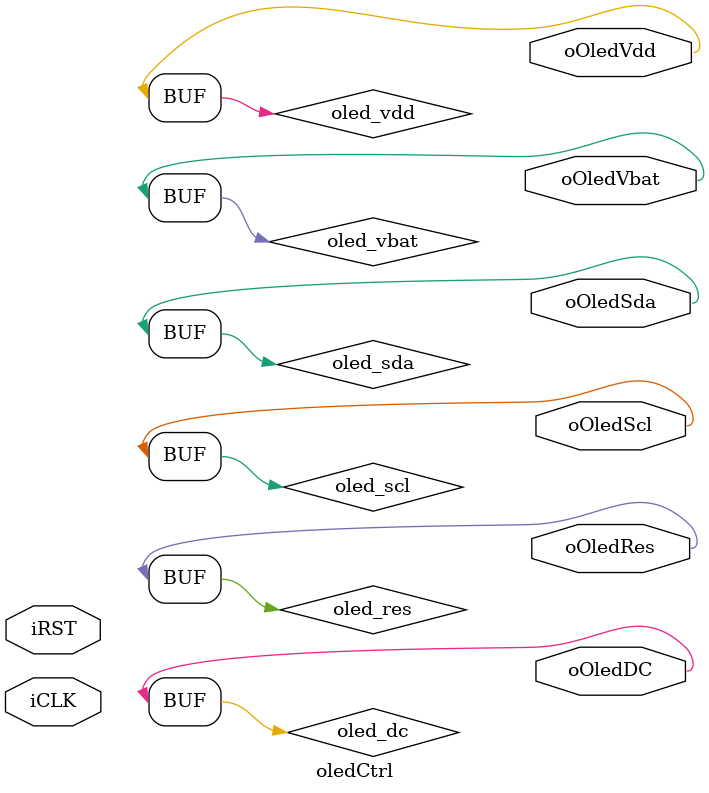
<source format=v>
/*
 * Create 2021/12/17
 * Author koutakimura
 * Editor VSCode ver1.62.7
 * Build  Vivado20.2
 * Borad  Nexys Video
 * -
 * 評価基板付属のOLED SSD1306コントロールモジュール
 */
module oledCtrl
(
    // system clk, rst sw
    input           iCLK,
    input           iRST,

    // system oled
    output          oOledDC,
    output          oOledRes,
    output          oOledScl,
    output          oOledSda,
    output          oOledVbat,
    output          oOledVdd
);

reg oled_dc;                assign oOledDC      = oled_dc;
reg oled_res;               assign oOledRes     = oled_res;
reg oled_scl;               assign oOledScl     = oled_scl;
reg oled_sda;               assign oOledSda     = oled_sda;
reg oled_vbat;              assign oOledVbat    = oled_vbat;
reg oled_vdd;               assign oOledVdd     = oled_vdd;

//----------------------------------------------------------
// 待機時間に関するパラメーターリスト
//----------------------------------------------------------
localparam[5:0]
    POWER_ON_TIME     = 6'd63,
    CMD_ON_TIME       = 6'd10;

localparam [5:0] 
	WTIME_CNTUP	    = 6'd1,
	WTIME_NULL 	    = 6'd0;

// 待機時間管理
reg [5:0] wtime_cnt;     // 待機時間カウント値保存
reg [5:0] wtime_max;        // 設定の待機時間保存


//----------------------------------------------------------
// 制御コマンド更新を管理する状態制御定数
//----------------------------------------------------------
localparam [1:0]
    SEND_STATE_WAIT   = 2'd0,
    SEND_STATE_ON     = 2'd1,
    SEND_STATE_BRIDGE = 2'd2;

// コマンド配列参照用rpの更新方法制御変数
reg [1:0] send_state;


//----------------------------------------------------------
// oledコマンドリスト
//----------------------------------------------------------
localparam [7:0]
    SCAN_DIRECTION      = 8'hC0,	    // 反転表示コマンド、通常だと上下が逆のため設定
    SET_COM_PIN         = 8'hda,	    // hardware config
    PIN_HARD            = 8'h12,	    // 0だと間隔が広がる
    CONTRAST_SET        = 8'h81,        // 明るさ調整
    CONTRAST_VALUE      = 8'hff,	    // 最大255
    CHARGE_PUMP         = 8'h8d,        // 電圧設定
    SER_SEGMENT_REMAP   = 8'ha1,        // remap情報の設定
    ENABLE_CHARGE_PUMP  = 8'h14,        // チャージポンプの設定
    DISPLAY_ON          = 8'haf,        // 表示開始
    SET_DISPLAY_CLOCK   = 8'hd5,        // 表示速度設定用CLKのレジスタのアドレス
    OSCILLATOR_RATIO    = 8'hf0,	    // クロックを設定0x00~0xf0
    SET_PERIOD          = 8'hd9,        // 液晶同期に必要なDCLKのレジスタのアドレス
    SET_DCLK            = 8'hff,	    // Dクロックを設定0x00~0xff
    SET_VCOMH           = 8'hdb,        // 電圧発生回路操作レジスタのアドレス
    VCOMH_LEVEL         = 8'h30,	    // 電圧発生回路の設定
    MEMORY_MODE         = 8'h20,        // メモリー操作モード
    HORIZONTAL_MODE     = 8'h00,        // 横画面操作モード
    COLUMN_ADDRESS      = 8'h21,        // 書き込み座標操作レジスタのアドレス
    COLUMN_START        = 8'h00,        // 横ラインの書き込み開始座標
    COLUMN_END          = 8'h7f,        // 横ラインの書き込み終了座標
    PAGE_ADDRESS        = 8'h22,        // 書き込みページ操作レジスタのアドレス
    PAGE_START          = 8'h00,        // 縦ラインの0~7開始ページ
    PAGE_END            = 8'h07,        // 縦ラインの0~7終了ページ
    DUMMY               = 8'h00;        // ダミーデータ

// 初期化配列の最大値
localparam [4:0]
    INIT_CMDMAX          = 5'd16;

reg [4:0] init_cmd_rp;    // 初期設定コマンド配列参照用


// 書き込み座標指定配列の最大値
localparam [3:0]
    WRITE_CMDMAX         = 4'd9;

reg [3:0] write_cmd_rp;


// 初期設定コマンド配列
(* ram_style = "BLOCK" *) reg [7:0] oled_init_rom [0:16];
initial begin
    oled_init_rom[ 0] = DISPLAY_OFF;
    oled_init_rom[ 1] = CHARGE_PUMP;
    oled_init_rom[ 2] = ENABLE_CHARGE_PUMP;
    oled_init_rom[ 3] = SET_PERIOD;
    oled_init_rom[ 4] = SET_DCLK;
    oled_init_rom[ 5] = SET_VCOMH;
    oled_init_rom[ 6] = VCOMH_LEVEL;
    oled_init_rom[ 7] = SET_COM_PIN;
    oled_init_rom[ 8] = PIN_HARD;
    oled_init_rom[ 9] = CONTRAST_SET;
    oled_init_rom[10] = CONTRAST_VALUE;
    oled_init_rom[11] = SER_SEGMENT_REMAP;
    oled_init_rom[12] = SCAN_DIRECTION;
    oled_init_rom[13] = SET_DISPLAY_CLOCK;
    oled_init_rom[14] = OSCILLATOR_RATIO;
    oled_init_rom[15] = DISPLAY_ON;
    oled_init_rom[16] = DUMMY;
end

// 初期設定コマンド配列
(* ram_style = "BLOCK" *) reg [7:0] oled_cmd_rom [0:8];
initial begin
    oled_cmd_rom[0] = MEMORY_MODE;
    oled_cmd_rom[1] = HORIZONTAL_MODE;
    oled_cmd_rom[2] = COLUMN_ADDRESS;
    oled_cmd_rom[3] = COLUMN_START;
    oled_cmd_rom[4] = COLUMN_END;
    oled_cmd_rom[5] = PAGE_ADDRESS;
    oled_cmd_rom[6] = PAGE_START;
    oled_cmd_rom[7] = PAGE_END;
    oled_cmd_rom[8] = DUMMY;
end


//-----------------------------------------------------------
// 待機時間制御回路
//-----------------------------------------------------------

// 待機時間計測カウンタ
always @(posedge iCLK) begin
    if (iRST == 1'b1) begin
        wtime_cnt <= WTIME_NULL;
    end else if (iLE == 1'b1) begin
        wtime_cnt <= WTIME_NULL;
    end else if (enSet == 1'b1) begin
        if (wtime_cnt == wtime_max) begin
            wtime_cnt <= WTIME_NULL;
        end else begin
            wtime_cnt <= wtime_cnt + WTIME_CNTUP;
        end
    end
end

// 待機時間の設定
// 電源投入時間が完了したら、コマンド操作の時間に切り替える
always @(posedge iCLK) begin
    if (iRST == 1'b1) begin
        wtime_max <= POWER_ON_TIME;
    end else if (enSet == 1'b1 && wtime_cnt == wtime_max) begin
        wtime_max <= CMD_ON_TIME;
    end
end

// 待機時間完了Enable信号の出力
// oled初期設定時や起動時の各コマンド送信時に、
// 一定の待ち時間が必要なためEnable信号で判定を行うようにした。
// 全ての設定データ送信後は常にighを維持し、待機時間を設けないようにする。
always @(posedge iCLK) begin
    if (iRST == 1'b1) begin
        wEnable <= 1'b0;
    end else if (wtime_cnt == wtime_max) begin
        wEnable <= 1'b1;
    end else begin
        wEnable <= 1'b0;
    end
end

// oledに電源投入時に300ms程待機時間が必要なため、
// 起動待機時間完了enable信号を設けた。
always @(posedge iCLK) begin
    if (iRST == 1'b1) begin
        powerOnEnable <= 1'b0;
    end else if (enSet == 1'b1 && wtime_cnt == wtime_max) begin
        powerOnEnable <= 1'b1;
    end
end


//----------------------------------------------------------
// 起動時コマンド送信の状態制御
//----------------------------------------------------------

// rp更新ステートマシンの制御
// 指定バイト送信完了のEnable信号の立ち上がり時に配列参照用Rpの更新を行いたい。
// 立ち上がり判定用にシフトレジスタを用意しても良かったが、容量がもったいなく感じた。
// そのため、立ち上がりのHigh判定用と立下りのLow判定用のモードのほかに、一度だけ実行されるRp更新用のモードを設けた
always @(posedge iCLK) begin
    if (iRST == 1'b1) begin
        send_state <= SEND_STATE_WAIT;
    end else begin
        case (send_state)
            SEND_STATE_WAIT:    send_state <= (iLE == 1'b1) ? SEND_STATE_ON : SEND_STATE_WAIT;
            SEND_STATE_ON:      send_state <= SEND_STATE_BRIDGE;
            SEND_STATE_BRIDGE:  send_state <= (iLE == 1'b0) ? SEND_STATE_WAIT : SEND_STATE_BRIDGE;
            default:            send_state <= SEND_STATE_WAIT;
        endcase
    end
end

// 初期設定配列のrp更新
// Rp更新モードの時だけレジスタの値を変更する
always @(posedge iCLK) begin
    if (iRST == 1'b1) begin
        init_cmd_rp <= 5'd0;
    end else if (send_state == SEND_STATE_ON) begin
        if (init_cmd_rp != INIT_CMDMAX) begin
            init_cmd_rp <= init_cmd_rp + 5'd1;
        end
    end
end

// 書き込み配列のrp更新
always @(posedge iCLK) begin
    if (iRST == 1'b1) begin
        write_cmd_rp <= 4'd0;
    end else if (send_state == SEND_STATE_ON && init_cmd_rp == INIT_CMDMAX) begin
        if (write_cmd_rp == WRITE_CMDMAX) begin
            write_cmd_rp <= 4'd0;
        end else begin
            write_cmd_rp <= write_cmd_rp + 4'd1;
        end
    end
end

// 全コマンドデータ送信完了信号の出力
always @(posedge iCLK) begin
    if (iRST == 1'b1) begin
        o_oledcv <= 1'd0;
    end else begin
        o_oledcv <= (init_cmd_rp == INIT_CMDMAX && write_cmd_rp == WRITE_CMDMAX) ? 1'b1 : 1'b0;
    end
end

// 送信データの制御
always @(posedge iCLK) begin
    if (iRST == 1'b1) begin
        sendbyte <= oled_init_rom[init_cmd_rp];
    end else if (init_cmd_rp != INIT_CMDMAX) begin
        sendbyte <= oled_init_rom[init_cmd_rp];
    end else begin
        sendbyte <= oled_cmd_rom[write_cmd_rp];
    end
end

endmodule
</source>
